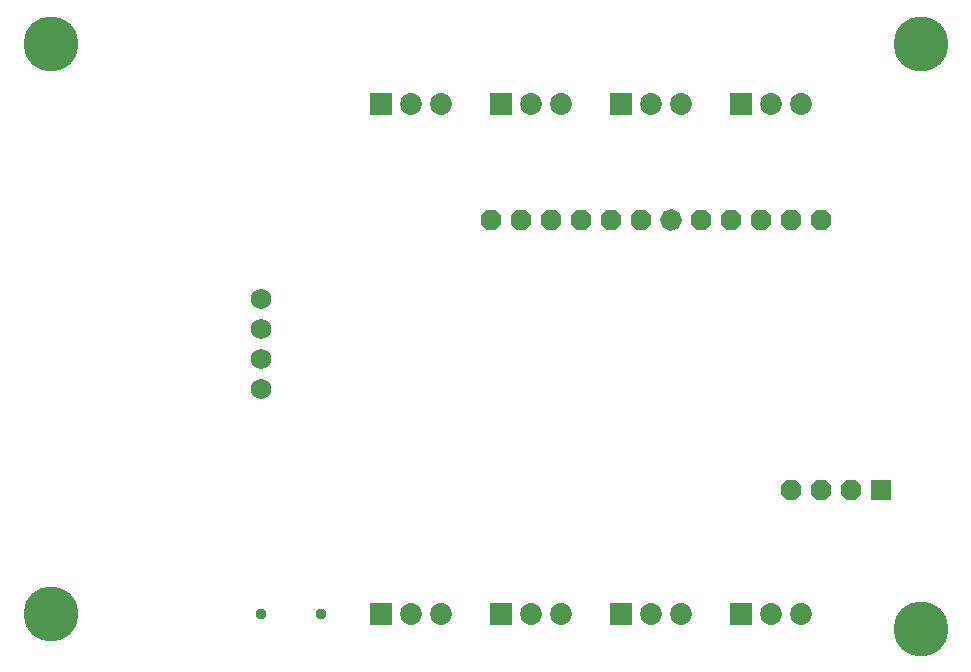
<source format=gbr>
G04 EAGLE Gerber RS-274X export*
G75*
%MOMM*%
%FSLAX34Y34*%
%LPD*%
%INSoldermask Bottom*%
%IPPOS*%
%AMOC8*
5,1,8,0,0,1.08239X$1,22.5*%
G01*
%ADD10C,1.733200*%
%ADD11R,1.854200X1.854200*%
%ADD12C,1.854200*%
%ADD13P,1.869504X8X202.500000*%
%ADD14R,1.727200X1.727200*%
%ADD15P,1.869504X8X356.700000*%
%ADD16C,4.648200*%
%ADD17C,0.959600*%


D10*
X508000Y571500D03*
X508000Y546100D03*
X508000Y520700D03*
X508000Y596900D03*
D11*
X914400Y762000D03*
D12*
X939800Y762000D03*
X965200Y762000D03*
D11*
X812800Y762000D03*
D12*
X838200Y762000D03*
X863600Y762000D03*
D11*
X711200Y762000D03*
D12*
X736600Y762000D03*
X762000Y762000D03*
D11*
X609600Y762000D03*
D12*
X635000Y762000D03*
X660400Y762000D03*
D13*
X982300Y663200D03*
X956900Y663200D03*
X931500Y663200D03*
X906100Y663200D03*
X702900Y663200D03*
X728300Y663200D03*
D14*
X1033100Y434600D03*
D13*
X1007700Y434600D03*
X779100Y663200D03*
X753700Y663200D03*
X829900Y663200D03*
X804500Y663200D03*
X982300Y434600D03*
X956900Y434600D03*
X880700Y663200D03*
D15*
X855300Y663200D03*
D11*
X711200Y330200D03*
D12*
X736600Y330200D03*
X762000Y330200D03*
D11*
X609600Y330200D03*
D12*
X635000Y330200D03*
X660400Y330200D03*
D11*
X914400Y330200D03*
D12*
X939800Y330200D03*
X965200Y330200D03*
D11*
X812800Y330200D03*
D12*
X838200Y330200D03*
X863600Y330200D03*
D16*
X330200Y330200D03*
X1066800Y317500D03*
X1066800Y812800D03*
X330200Y812800D03*
D17*
X558800Y330200D03*
X508000Y330200D03*
M02*

</source>
